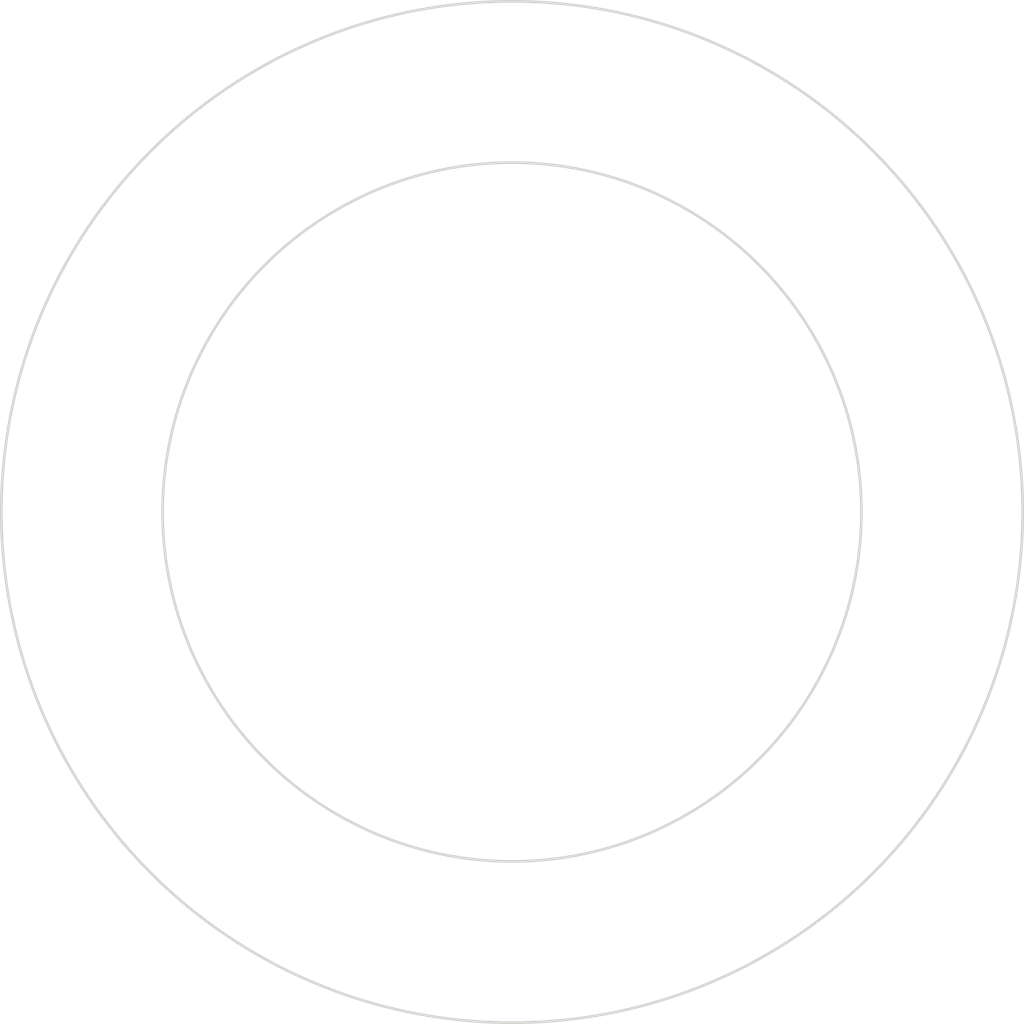
<source format=kicad_pcb>
(kicad_pcb (version 20171130) (host pcbnew "(5.1.7)-1")

  (general
    (thickness 1.6)
    (drawings 2)
    (tracks 0)
    (zones 0)
    (modules 3)
    (nets 1)
  )

  (page A4)
  (layers
    (0 F.Cu signal)
    (31 B.Cu signal)
    (32 B.Adhes user)
    (33 F.Adhes user)
    (34 B.Paste user)
    (35 F.Paste user)
    (36 B.SilkS user)
    (37 F.SilkS user)
    (38 B.Mask user)
    (39 F.Mask user)
    (40 Dwgs.User user)
    (41 Cmts.User user)
    (42 Eco1.User user)
    (43 Eco2.User user)
    (44 Edge.Cuts user)
    (45 Margin user)
    (46 B.CrtYd user)
    (47 F.CrtYd user)
    (48 B.Fab user)
    (49 F.Fab user)
  )

  (setup
    (last_trace_width 0.25)
    (user_trace_width 2.5)
    (trace_clearance 0.2)
    (zone_clearance 0.75)
    (zone_45_only yes)
    (trace_min 0.2)
    (via_size 0.8)
    (via_drill 0.4)
    (via_min_size 0.4)
    (via_min_drill 0.3)
    (uvia_size 0.3)
    (uvia_drill 0.1)
    (uvias_allowed no)
    (uvia_min_size 0.2)
    (uvia_min_drill 0.1)
    (edge_width 0.05)
    (segment_width 0.2)
    (pcb_text_width 0.3)
    (pcb_text_size 1.5 1.5)
    (mod_edge_width 0.12)
    (mod_text_size 1 1)
    (mod_text_width 0.15)
    (pad_size 1.3 1.3)
    (pad_drill 1.3)
    (pad_to_mask_clearance 0)
    (aux_axis_origin 0 0)
    (visible_elements 7FFFFF7F)
    (pcbplotparams
      (layerselection 0x010fc_ffffffff)
      (usegerberextensions true)
      (usegerberattributes false)
      (usegerberadvancedattributes false)
      (creategerberjobfile false)
      (excludeedgelayer true)
      (linewidth 0.100000)
      (plotframeref false)
      (viasonmask false)
      (mode 1)
      (useauxorigin false)
      (hpglpennumber 1)
      (hpglpenspeed 20)
      (hpglpendiameter 15.000000)
      (psnegative false)
      (psa4output false)
      (plotreference true)
      (plotvalue false)
      (plotinvisibletext false)
      (padsonsilk false)
      (subtractmaskfromsilk true)
      (outputformat 1)
      (mirror false)
      (drillshape 0)
      (scaleselection 1)
      (outputdirectory "gerber"))
  )

  (net 0 "")

  (net_class Default "This is the default net class."
    (clearance 0.2)
    (trace_width 0.25)
    (via_dia 0.8)
    (via_drill 0.4)
    (uvia_dia 0.3)
    (uvia_drill 0.1)
  )

  (module Wire_Pads:SolderWirePad_single_1-2mmDrill (layer F.Cu) (tedit 629E799E) (tstamp 6292A591)
    (at 179.727066 42.661675)
    (path /6292B3FA)
    (fp_text reference J4 (at 0 -3.81) (layer F.SilkS) hide
      (effects (font (size 1 1) (thickness 0.15)))
    )
    (fp_text value Conn_01x01 (at -1.905 3.175) (layer F.Fab) hide
      (effects (font (size 1 1) (thickness 0.15)))
    )
    (pad "" np_thru_hole circle (at 0 0) (size 1.3 1.3) (drill 1.3) (layers *.Cu *.Mask))
    (model ${KISYS3DMOD}/Connectors.3dshapes/Pin_d1.0mm_L10.0mm.wrl
      (offset (xyz 0 0 -1.5))
      (scale (xyz 1 1 1))
      (rotate (xyz -180 0 0))
    )
  )

  (module Wire_Pads:SolderWirePad_single_1-2mmDrill (layer F.Cu) (tedit 629E7996) (tstamp 6292A58E)
    (at 172.798862 30.661674)
    (path /6292B030)
    (fp_text reference J3 (at 0 -3.81) (layer F.SilkS) hide
      (effects (font (size 1 1) (thickness 0.15)))
    )
    (fp_text value Conn_01x01 (at -1.905 3.175) (layer F.Fab) hide
      (effects (font (size 1 1) (thickness 0.15)))
    )
    (pad "" np_thru_hole circle (at 0 0) (size 1.3 1.3) (drill 1.3) (layers *.Cu *.Mask))
    (model ${KISYS3DMOD}/Connectors.3dshapes/Pin_d1.0mm_L10.0mm.wrl
      (offset (xyz 0 0 -1.5))
      (scale (xyz 1 1 1))
      (rotate (xyz -180 0 0))
    )
  )

  (module Wire_Pads:SolderWirePad_single_1-2mmDrill (layer F.Cu) (tedit 629E79A8) (tstamp 6292A58B)
    (at 165.870658 42.661674)
    (path /6292AB1C)
    (fp_text reference J2 (at 0 -3.81) (layer F.SilkS) hide
      (effects (font (size 1 1) (thickness 0.15)))
    )
    (fp_text value Conn_01x01 (at -1.905 3.175) (layer F.Fab) hide
      (effects (font (size 1 1) (thickness 0.15)))
    )
    (pad "" np_thru_hole circle (at 0 0) (size 1.3 1.3) (drill 1.3) (layers *.Cu *.Mask))
    (model ${KISYS3DMOD}/Connectors.3dshapes/Pin_d1.0mm_L10.0mm.wrl
      (offset (xyz 0 0 -1.5))
      (scale (xyz 1 1 1))
      (rotate (xyz 180 0 0))
    )
  )

  (gr_circle (center 172.798862 38.661675) (end 179.298862 38.661675) (layer Edge.Cuts) (width 0.05))
  (gr_circle (center 172.798862 38.661675) (end 182.298862 38.661675) (layer Edge.Cuts) (width 0.05))

)

</source>
